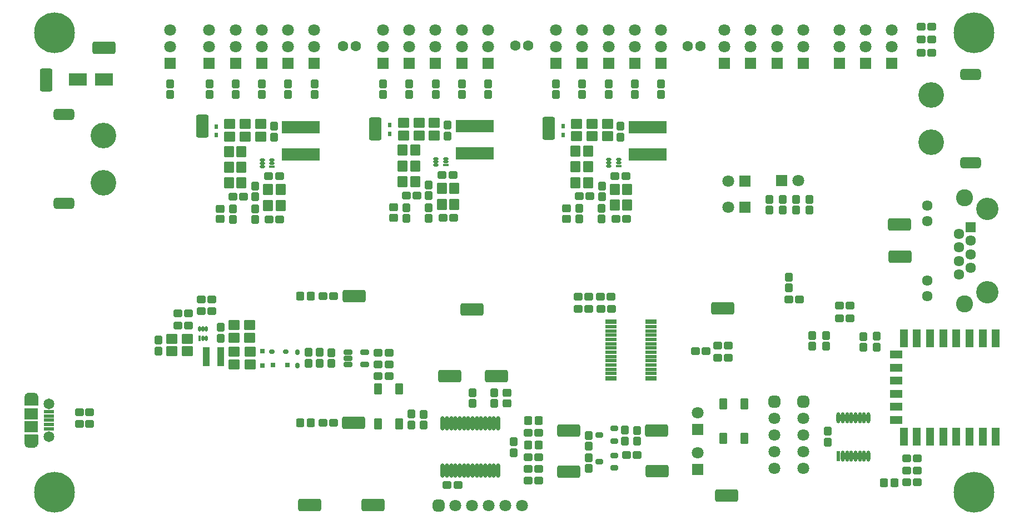
<source format=gbr>
G04*
G04 #@! TF.GenerationSoftware,Altium Limited,Altium Designer,25.1.2 (22)*
G04*
G04 Layer_Color=8388736*
%FSLAX44Y44*%
%MOMM*%
G71*
G04*
G04 #@! TF.SameCoordinates,EAE4AFCB-A03C-4493-83DD-10631851BCDC*
G04*
G04*
G04 #@! TF.FilePolarity,Negative*
G04*
G01*
G75*
%ADD56C,0.7032*%
%ADD57O,0.6000X1.6500*%
%ADD58R,0.6000X1.6500*%
G04:AMPARAMS|DCode=59|XSize=3.5032mm|YSize=1.9032mm|CornerRadius=0.3141mm|HoleSize=0mm|Usage=FLASHONLY|Rotation=180.000|XOffset=0mm|YOffset=0mm|HoleType=Round|Shape=RoundedRectangle|*
%AMROUNDEDRECTD59*
21,1,3.5032,1.2750,0,0,180.0*
21,1,2.8750,1.9032,0,0,180.0*
1,1,0.6282,-1.4375,0.6375*
1,1,0.6282,1.4375,0.6375*
1,1,0.6282,1.4375,-0.6375*
1,1,0.6282,-1.4375,-0.6375*
%
%ADD59ROUNDEDRECTD59*%
G04:AMPARAMS|DCode=60|XSize=3.5032mm|YSize=1.9032mm|CornerRadius=0.3141mm|HoleSize=0mm|Usage=FLASHONLY|Rotation=90.000|XOffset=0mm|YOffset=0mm|HoleType=Round|Shape=RoundedRectangle|*
%AMROUNDEDRECTD60*
21,1,3.5032,1.2750,0,0,90.0*
21,1,2.8750,1.9032,0,0,90.0*
1,1,0.6282,0.6375,1.4375*
1,1,0.6282,0.6375,-1.4375*
1,1,0.6282,-0.6375,-1.4375*
1,1,0.6282,-0.6375,1.4375*
%
%ADD60ROUNDEDRECTD60*%
G04:AMPARAMS|DCode=61|XSize=1.2032mm|YSize=1.3032mm|CornerRadius=0.1766mm|HoleSize=0mm|Usage=FLASHONLY|Rotation=0.000|XOffset=0mm|YOffset=0mm|HoleType=Round|Shape=RoundedRectangle|*
%AMROUNDEDRECTD61*
21,1,1.2032,0.9500,0,0,0.0*
21,1,0.8500,1.3032,0,0,0.0*
1,1,0.3532,0.4250,-0.4750*
1,1,0.3532,-0.4250,-0.4750*
1,1,0.3532,-0.4250,0.4750*
1,1,0.3532,0.4250,0.4750*
%
%ADD61ROUNDEDRECTD61*%
G04:AMPARAMS|DCode=62|XSize=1.2032mm|YSize=1.3032mm|CornerRadius=0.1766mm|HoleSize=0mm|Usage=FLASHONLY|Rotation=90.000|XOffset=0mm|YOffset=0mm|HoleType=Round|Shape=RoundedRectangle|*
%AMROUNDEDRECTD62*
21,1,1.2032,0.9500,0,0,90.0*
21,1,0.8500,1.3032,0,0,90.0*
1,1,0.3532,0.4750,0.4250*
1,1,0.3532,0.4750,-0.4250*
1,1,0.3532,-0.4750,-0.4250*
1,1,0.3532,-0.4750,0.4250*
%
%ADD62ROUNDEDRECTD62*%
%ADD63R,1.8032X0.6032*%
%ADD64R,1.8032X0.8032*%
G04:AMPARAMS|DCode=65|XSize=1.3032mm|YSize=1.2032mm|CornerRadius=0.1766mm|HoleSize=0mm|Usage=FLASHONLY|Rotation=180.000|XOffset=0mm|YOffset=0mm|HoleType=Round|Shape=RoundedRectangle|*
%AMROUNDEDRECTD65*
21,1,1.3032,0.8500,0,0,180.0*
21,1,0.9500,1.2032,0,0,180.0*
1,1,0.3532,-0.4750,0.4250*
1,1,0.3532,0.4750,0.4250*
1,1,0.3532,0.4750,-0.4250*
1,1,0.3532,-0.4750,-0.4250*
%
%ADD65ROUNDEDRECTD65*%
G04:AMPARAMS|DCode=66|XSize=1.3032mm|YSize=1.2032mm|CornerRadius=0.1766mm|HoleSize=0mm|Usage=FLASHONLY|Rotation=270.000|XOffset=0mm|YOffset=0mm|HoleType=Round|Shape=RoundedRectangle|*
%AMROUNDEDRECTD66*
21,1,1.3032,0.8500,0,0,270.0*
21,1,0.9500,1.2032,0,0,270.0*
1,1,0.3532,-0.4250,-0.4750*
1,1,0.3532,-0.4250,0.4750*
1,1,0.3532,0.4250,0.4750*
1,1,0.3532,0.4250,-0.4750*
%
%ADD66ROUNDEDRECTD66*%
%ADD67R,1.2032X2.7032*%
%ADD68R,1.9532X1.2032*%
%ADD69O,0.6532X2.2032*%
G04:AMPARAMS|DCode=70|XSize=0.7932mm|YSize=0.6532mm|CornerRadius=0.1354mm|HoleSize=0mm|Usage=FLASHONLY|Rotation=180.000|XOffset=0mm|YOffset=0mm|HoleType=Round|Shape=RoundedRectangle|*
%AMROUNDEDRECTD70*
21,1,0.7932,0.3825,0,0,180.0*
21,1,0.5225,0.6532,0,0,180.0*
1,1,0.2707,-0.2612,0.1913*
1,1,0.2707,0.2612,0.1913*
1,1,0.2707,0.2612,-0.1913*
1,1,0.2707,-0.2612,-0.1913*
%
%ADD70ROUNDEDRECTD70*%
G04:AMPARAMS|DCode=71|XSize=1.75mm|YSize=1.2mm|CornerRadius=0.175mm|HoleSize=0mm|Usage=FLASHONLY|Rotation=90.000|XOffset=0mm|YOffset=0mm|HoleType=Round|Shape=RoundedRectangle|*
%AMROUNDEDRECTD71*
21,1,1.7500,0.8500,0,0,90.0*
21,1,1.4000,1.2000,0,0,90.0*
1,1,0.3500,0.4250,0.7000*
1,1,0.3500,0.4250,-0.7000*
1,1,0.3500,-0.4250,-0.7000*
1,1,0.3500,-0.4250,0.7000*
%
%ADD71ROUNDEDRECTD71*%
%ADD72R,0.6032X0.6832*%
%ADD73O,0.8200X0.4500*%
%ADD74R,0.8200X0.4500*%
%ADD75R,5.8032X1.8532*%
G04:AMPARAMS|DCode=76|XSize=1.3032mm|YSize=1.2032mm|CornerRadius=0.2016mm|HoleSize=0mm|Usage=FLASHONLY|Rotation=180.000|XOffset=0mm|YOffset=0mm|HoleType=Round|Shape=RoundedRectangle|*
%AMROUNDEDRECTD76*
21,1,1.3032,0.8000,0,0,180.0*
21,1,0.9000,1.2032,0,0,180.0*
1,1,0.4032,-0.4500,0.4000*
1,1,0.4032,0.4500,0.4000*
1,1,0.4032,0.4500,-0.4000*
1,1,0.4032,-0.4500,-0.4000*
%
%ADD76ROUNDEDRECTD76*%
G04:AMPARAMS|DCode=77|XSize=1.5032mm|YSize=1.7032mm|CornerRadius=0.1991mm|HoleSize=0mm|Usage=FLASHONLY|Rotation=180.000|XOffset=0mm|YOffset=0mm|HoleType=Round|Shape=RoundedRectangle|*
%AMROUNDEDRECTD77*
21,1,1.5032,1.3050,0,0,180.0*
21,1,1.1050,1.7032,0,0,180.0*
1,1,0.3982,-0.5525,0.6525*
1,1,0.3982,0.5525,0.6525*
1,1,0.3982,0.5525,-0.6525*
1,1,0.3982,-0.5525,-0.6525*
%
%ADD77ROUNDEDRECTD77*%
G04:AMPARAMS|DCode=78|XSize=1.5032mm|YSize=1.7032mm|CornerRadius=0.1991mm|HoleSize=0mm|Usage=FLASHONLY|Rotation=90.000|XOffset=0mm|YOffset=0mm|HoleType=Round|Shape=RoundedRectangle|*
%AMROUNDEDRECTD78*
21,1,1.5032,1.3050,0,0,90.0*
21,1,1.1050,1.7032,0,0,90.0*
1,1,0.3982,0.6525,0.5525*
1,1,0.3982,0.6525,-0.5525*
1,1,0.3982,-0.6525,-0.5525*
1,1,0.3982,-0.6525,0.5525*
%
%ADD78ROUNDEDRECTD78*%
%ADD79R,2.7032X1.9032*%
G04:AMPARAMS|DCode=80|XSize=0.8032mm|YSize=1.1032mm|CornerRadius=0.1466mm|HoleSize=0mm|Usage=FLASHONLY|Rotation=270.000|XOffset=0mm|YOffset=0mm|HoleType=Round|Shape=RoundedRectangle|*
%AMROUNDEDRECTD80*
21,1,0.8032,0.8100,0,0,270.0*
21,1,0.5100,1.1032,0,0,270.0*
1,1,0.2932,-0.4050,-0.2550*
1,1,0.2932,-0.4050,0.2550*
1,1,0.2932,0.4050,0.2550*
1,1,0.2932,0.4050,-0.2550*
%
%ADD80ROUNDEDRECTD80*%
G04:AMPARAMS|DCode=81|XSize=1.3032mm|YSize=1.2032mm|CornerRadius=0.2016mm|HoleSize=0mm|Usage=FLASHONLY|Rotation=90.000|XOffset=0mm|YOffset=0mm|HoleType=Round|Shape=RoundedRectangle|*
%AMROUNDEDRECTD81*
21,1,1.3032,0.8000,0,0,90.0*
21,1,0.9000,1.2032,0,0,90.0*
1,1,0.4032,0.4000,0.4500*
1,1,0.4032,0.4000,-0.4500*
1,1,0.4032,-0.4000,-0.4500*
1,1,0.4032,-0.4000,0.4500*
%
%ADD81ROUNDEDRECTD81*%
%ADD82R,1.5532X0.6032*%
%ADD83R,2.1032X1.7032*%
%ADD84R,0.7932X0.6532*%
G04:AMPARAMS|DCode=85|XSize=0.7932mm|YSize=0.6532mm|CornerRadius=0.1354mm|HoleSize=0mm|Usage=FLASHONLY|Rotation=90.000|XOffset=0mm|YOffset=0mm|HoleType=Round|Shape=RoundedRectangle|*
%AMROUNDEDRECTD85*
21,1,0.7932,0.3825,0,0,90.0*
21,1,0.5225,0.6532,0,0,90.0*
1,1,0.2707,0.1913,0.2612*
1,1,0.2707,0.1913,-0.2612*
1,1,0.2707,-0.1913,-0.2612*
1,1,0.2707,-0.1913,0.2612*
%
%ADD85ROUNDEDRECTD85*%
G04:AMPARAMS|DCode=86|XSize=1.3032mm|YSize=0.8032mm|CornerRadius=0.1316mm|HoleSize=0mm|Usage=FLASHONLY|Rotation=0.000|XOffset=0mm|YOffset=0mm|HoleType=Round|Shape=RoundedRectangle|*
%AMROUNDEDRECTD86*
21,1,1.3032,0.5400,0,0,0.0*
21,1,1.0400,0.8032,0,0,0.0*
1,1,0.2632,0.5200,-0.2700*
1,1,0.2632,-0.5200,-0.2700*
1,1,0.2632,-0.5200,0.2700*
1,1,0.2632,0.5200,0.2700*
%
%ADD86ROUNDEDRECTD86*%
%ADD87R,0.4500X0.8200*%
%ADD88O,0.4500X0.8200*%
%ADD89R,1.0032X2.9032*%
%ADD90R,0.6532X0.7932*%
%ADD91C,1.8032*%
%ADD92R,1.8032X1.8032*%
%ADD93R,1.8032X1.8032*%
%ADD94C,1.6000*%
%ADD95C,1.8000*%
G04:AMPARAMS|DCode=96|XSize=1.8mm|YSize=1.8mm|CornerRadius=0.5mm|HoleSize=0mm|Usage=FLASHONLY|Rotation=270.000|XOffset=0mm|YOffset=0mm|HoleType=Round|Shape=RoundedRectangle|*
%AMROUNDEDRECTD96*
21,1,1.8000,0.8000,0,0,270.0*
21,1,0.8000,1.8000,0,0,270.0*
1,1,1.0000,-0.4000,-0.4000*
1,1,1.0000,-0.4000,0.4000*
1,1,1.0000,0.4000,0.4000*
1,1,1.0000,0.4000,-0.4000*
%
%ADD96ROUNDEDRECTD96*%
G04:AMPARAMS|DCode=97|XSize=1.7032mm|YSize=3.2032mm|CornerRadius=0.4766mm|HoleSize=0mm|Usage=FLASHONLY|Rotation=270.000|XOffset=0mm|YOffset=0mm|HoleType=Round|Shape=RoundedRectangle|*
%AMROUNDEDRECTD97*
21,1,1.7032,2.2500,0,0,270.0*
21,1,0.7500,3.2032,0,0,270.0*
1,1,0.9532,-1.1250,-0.3750*
1,1,0.9532,-1.1250,0.3750*
1,1,0.9532,1.1250,0.3750*
1,1,0.9532,1.1250,-0.3750*
%
%ADD97ROUNDEDRECTD97*%
%ADD98C,3.9032*%
%ADD99C,6.2032*%
%ADD100C,1.6112*%
%ADD101R,1.6112X1.6112*%
%ADD102C,2.6032*%
%ADD103C,3.4032*%
%ADD104C,1.6532*%
G04:AMPARAMS|DCode=105|XSize=1.8mm|YSize=1.8mm|CornerRadius=0.5mm|HoleSize=0mm|Usage=FLASHONLY|Rotation=0.000|XOffset=0mm|YOffset=0mm|HoleType=Round|Shape=RoundedRectangle|*
%AMROUNDEDRECTD105*
21,1,1.8000,0.8000,0,0,0.0*
21,1,0.8000,1.8000,0,0,0.0*
1,1,1.0000,0.4000,-0.4000*
1,1,1.0000,-0.4000,-0.4000*
1,1,1.0000,-0.4000,0.4000*
1,1,1.0000,0.4000,0.4000*
%
%ADD105ROUNDEDRECTD105*%
G36*
X124033Y238209D02*
X124164Y238183D01*
X124290Y238141D01*
X124409Y238082D01*
X124520Y238008D01*
X124620Y237920D01*
X124708Y237820D01*
X124782Y237709D01*
X124841Y237590D01*
X124883Y237463D01*
X124909Y237333D01*
X124918Y237200D01*
Y224200D01*
X124909Y224067D01*
X124883Y223936D01*
X124841Y223810D01*
X124782Y223691D01*
X124708Y223580D01*
X124620Y223480D01*
X124520Y223392D01*
X124409Y223318D01*
X124290Y223259D01*
X124164Y223216D01*
X124033Y223190D01*
X123900Y223182D01*
X119918D01*
Y219200D01*
X119910Y219067D01*
X119884Y218937D01*
X119841Y218811D01*
X119812Y218752D01*
X119782Y218691D01*
X119708Y218580D01*
X119620Y218480D01*
X119620D01*
Y218480D01*
X119520Y218392D01*
X119409Y218318D01*
X119349Y218289D01*
X119290Y218260D01*
X119164Y218217D01*
X119033Y218191D01*
X118900Y218182D01*
X109900Y218182D01*
X109900D01*
D01*
X109767Y218190D01*
X109636Y218216D01*
X109510Y218259D01*
X109452Y218288D01*
X109391Y218318D01*
X109280Y218392D01*
X109180Y218480D01*
Y218480D01*
X109180D01*
X109092Y218580D01*
X109018Y218691D01*
X108988Y218751D01*
X108959Y218810D01*
X108917Y218936D01*
X108890Y219067D01*
X108882Y219200D01*
Y219200D01*
D01*
Y223182D01*
X104900D01*
X104767Y223190D01*
X104636Y223216D01*
X104510Y223259D01*
X104391Y223318D01*
X104280Y223392D01*
X104180Y223480D01*
X104092Y223580D01*
X104018Y223691D01*
X103959Y223810D01*
X103917Y223936D01*
X103890Y224067D01*
X103882Y224200D01*
Y237200D01*
X103890Y237333D01*
X103917Y237463D01*
X103959Y237590D01*
X104018Y237709D01*
X104092Y237820D01*
X104180Y237920D01*
X104280Y238008D01*
X104391Y238082D01*
X104510Y238141D01*
X104636Y238183D01*
X104767Y238209D01*
X104900Y238218D01*
X123900D01*
X124033Y238209D01*
D02*
G37*
G36*
X119033Y302209D02*
X119164Y302183D01*
X119290Y302141D01*
X119348Y302112D01*
X119409Y302082D01*
X119520Y302008D01*
X119620Y301920D01*
Y301920D01*
X119620D01*
X119708Y301820D01*
X119782Y301709D01*
X119812Y301649D01*
X119841Y301590D01*
X119883Y301464D01*
X119909Y301333D01*
X119918Y301200D01*
Y301200D01*
D01*
Y297218D01*
X123900D01*
X124033Y297209D01*
X124164Y297183D01*
X124290Y297141D01*
X124409Y297082D01*
X124520Y297008D01*
X124620Y296920D01*
X124708Y296820D01*
X124782Y296709D01*
X124841Y296590D01*
X124883Y296464D01*
X124909Y296333D01*
X124918Y296200D01*
Y283200D01*
X124909Y283067D01*
X124883Y282936D01*
X124841Y282810D01*
X124782Y282691D01*
X124708Y282580D01*
X124620Y282480D01*
X124520Y282392D01*
X124409Y282318D01*
X124290Y282259D01*
X124164Y282216D01*
X124033Y282190D01*
X123900Y282182D01*
X104900D01*
X104767Y282190D01*
X104636Y282216D01*
X104510Y282259D01*
X104391Y282318D01*
X104280Y282392D01*
X104180Y282480D01*
X104092Y282580D01*
X104018Y282691D01*
X103959Y282810D01*
X103917Y282936D01*
X103890Y283067D01*
X103882Y283200D01*
Y296200D01*
X103890Y296333D01*
X103917Y296464D01*
X103959Y296590D01*
X104018Y296709D01*
X104092Y296820D01*
X104180Y296920D01*
X104280Y297008D01*
X104391Y297082D01*
X104510Y297141D01*
X104636Y297183D01*
X104767Y297209D01*
X104900Y297218D01*
X108882D01*
Y301200D01*
X108890Y301333D01*
X108916Y301463D01*
X108959Y301589D01*
X108988Y301648D01*
X109018Y301709D01*
X109092Y301820D01*
X109180Y301920D01*
X109180D01*
Y301920D01*
X109280Y302008D01*
X109391Y302082D01*
X109451Y302111D01*
X109510Y302140D01*
X109636Y302183D01*
X109767Y302209D01*
X109900Y302218D01*
X118900Y302218D01*
X118900D01*
D01*
X119033Y302209D01*
D02*
G37*
D56*
X112400Y296200D02*
G03*
X112400Y296200I-2500J0D01*
G01*
X121400D02*
G03*
X121400Y296200I-2500J0D01*
G01*
X112400Y224200D02*
G03*
X112400Y224200I-2500J0D01*
G01*
X121400D02*
G03*
X121400Y224200I-2500J0D01*
G01*
D57*
X1389250Y263500D02*
D03*
X1382750D02*
D03*
X1376250D02*
D03*
X1369750D02*
D03*
X1363250D02*
D03*
X1356750D02*
D03*
X1350250D02*
D03*
X1343750D02*
D03*
X1389250Y205500D02*
D03*
X1382750D02*
D03*
X1376250D02*
D03*
X1369750D02*
D03*
X1363250D02*
D03*
X1356750D02*
D03*
X1350250D02*
D03*
D58*
X1343750D02*
D03*
D59*
X1173750Y145000D02*
D03*
X1167700Y430800D02*
D03*
X785550Y429200D02*
D03*
X634750Y130750D02*
D03*
X538000Y130750D02*
D03*
X224950Y827550D02*
D03*
X605500Y256000D02*
D03*
X605950Y449050D02*
D03*
X1437250Y509750D02*
D03*
X1437000Y558250D02*
D03*
X822750Y327250D02*
D03*
X752000D02*
D03*
X1066500Y244000D02*
D03*
X1067500Y183000D02*
D03*
X932500Y244000D02*
D03*
Y182000D02*
D03*
D60*
X136950Y778450D02*
D03*
X374540Y708250D02*
D03*
X902540Y704981D02*
D03*
X638050Y704550D02*
D03*
D61*
X1303610Y373070D02*
D03*
Y389070D02*
D03*
X1324610Y373070D02*
D03*
Y389070D02*
D03*
X325610Y772570D02*
D03*
Y756570D02*
D03*
X1073610D02*
D03*
Y772570D02*
D03*
X1033610Y756570D02*
D03*
Y772570D02*
D03*
X993610Y756570D02*
D03*
Y772570D02*
D03*
X953610Y756570D02*
D03*
Y772570D02*
D03*
X913610Y756570D02*
D03*
Y772570D02*
D03*
X810110Y756570D02*
D03*
Y772570D02*
D03*
X770110Y756570D02*
D03*
Y772570D02*
D03*
X730110Y756570D02*
D03*
Y772570D02*
D03*
X690110Y756570D02*
D03*
Y772570D02*
D03*
X650110Y756570D02*
D03*
Y772570D02*
D03*
X545610D02*
D03*
Y756570D02*
D03*
X505610Y772570D02*
D03*
Y756570D02*
D03*
X465610Y772570D02*
D03*
Y756570D02*
D03*
X425610Y772570D02*
D03*
Y756570D02*
D03*
X385610Y772570D02*
D03*
Y756570D02*
D03*
X1299860Y596570D02*
D03*
Y580570D02*
D03*
X1238110Y596320D02*
D03*
Y580320D02*
D03*
X1279110Y596320D02*
D03*
Y580320D02*
D03*
X1258610Y596320D02*
D03*
Y580320D02*
D03*
X455420Y616680D02*
D03*
Y600680D02*
D03*
X455170Y582390D02*
D03*
Y566390D02*
D03*
X421170Y566310D02*
D03*
Y582310D02*
D03*
X963500Y237000D02*
D03*
Y221000D02*
D03*
X963610Y186570D02*
D03*
Y202570D02*
D03*
X711610Y252570D02*
D03*
Y268570D02*
D03*
X819140Y301930D02*
D03*
Y285930D02*
D03*
X786390Y301680D02*
D03*
Y285680D02*
D03*
X949170Y582810D02*
D03*
Y566810D02*
D03*
X983170Y566890D02*
D03*
Y582890D02*
D03*
X983420Y601180D02*
D03*
Y617180D02*
D03*
X685670Y584160D02*
D03*
Y568160D02*
D03*
X719670Y568240D02*
D03*
Y584240D02*
D03*
X719920Y602530D02*
D03*
Y618530D02*
D03*
X1268140Y462180D02*
D03*
Y478180D02*
D03*
X571294Y346630D02*
D03*
Y362630D02*
D03*
X1381640Y371680D02*
D03*
Y387680D02*
D03*
X1036610Y244570D02*
D03*
Y228570D02*
D03*
D62*
X1447680Y165610D02*
D03*
X1463680D02*
D03*
X1463430Y183860D02*
D03*
X1447430D02*
D03*
X1447430Y202110D02*
D03*
X1463430D02*
D03*
X1469930Y820110D02*
D03*
X1485930D02*
D03*
X1469930Y840110D02*
D03*
X1485930D02*
D03*
X1469930Y860110D02*
D03*
X1485930D02*
D03*
X437230Y600870D02*
D03*
X421230D02*
D03*
X476700Y566550D02*
D03*
X492700D02*
D03*
X947180Y448610D02*
D03*
X963180D02*
D03*
X981500Y448500D02*
D03*
X997500D02*
D03*
X1159930Y355610D02*
D03*
X1175930D02*
D03*
X963320Y430140D02*
D03*
X947320D02*
D03*
X997820D02*
D03*
X981820D02*
D03*
X1126070Y365890D02*
D03*
X1142070D02*
D03*
X1176070Y373890D02*
D03*
X1160070D02*
D03*
X887180Y168010D02*
D03*
X871180D02*
D03*
X203430Y254860D02*
D03*
X187430D02*
D03*
X887180Y186010D02*
D03*
X871180D02*
D03*
X203430Y272610D02*
D03*
X187430D02*
D03*
X887180Y204010D02*
D03*
X871180D02*
D03*
X887180Y241010D02*
D03*
X871180D02*
D03*
X1020700Y567050D02*
D03*
X1004700D02*
D03*
X949230Y601370D02*
D03*
X965230D02*
D03*
X757200Y568400D02*
D03*
X741200D02*
D03*
X685730Y602720D02*
D03*
X701730D02*
D03*
X1361430Y415360D02*
D03*
X1345430D02*
D03*
X1361180Y434860D02*
D03*
X1345180D02*
D03*
X1268320Y444140D02*
D03*
X1284320D02*
D03*
X337680Y404360D02*
D03*
X353680D02*
D03*
X373180Y426360D02*
D03*
X389180D02*
D03*
X354070Y422890D02*
D03*
X338070D02*
D03*
X389320Y444140D02*
D03*
X373320D02*
D03*
X558929Y256215D02*
D03*
X574929D02*
D03*
X558680Y449110D02*
D03*
X574680D02*
D03*
X1020930Y207110D02*
D03*
X1036930D02*
D03*
D63*
X1058250Y389758D02*
D03*
Y396258D02*
D03*
Y402758D02*
D03*
Y383258D02*
D03*
Y376758D02*
D03*
X997250D02*
D03*
Y383258D02*
D03*
Y402758D02*
D03*
Y396258D02*
D03*
Y389758D02*
D03*
Y370258D02*
D03*
Y363758D02*
D03*
Y357258D02*
D03*
Y350758D02*
D03*
Y331258D02*
D03*
Y337757D02*
D03*
Y344258D02*
D03*
X1058250D02*
D03*
Y337757D02*
D03*
Y331258D02*
D03*
Y350758D02*
D03*
Y357258D02*
D03*
Y363758D02*
D03*
Y370258D02*
D03*
D64*
X997250Y410258D02*
D03*
Y323758D02*
D03*
X1058250D02*
D03*
Y410258D02*
D03*
D65*
X747480Y161800D02*
D03*
X764480D02*
D03*
X475270Y631950D02*
D03*
X492270D02*
D03*
X1020270Y632450D02*
D03*
X1003270D02*
D03*
X756770Y633800D02*
D03*
X739770D02*
D03*
X659730Y363050D02*
D03*
X642730D02*
D03*
X659730Y345550D02*
D03*
X642730D02*
D03*
X659730Y327800D02*
D03*
X642730D02*
D03*
D66*
X1327200Y226230D02*
D03*
Y243230D02*
D03*
X483820Y691060D02*
D03*
Y708060D02*
D03*
X1011820Y708560D02*
D03*
Y691560D02*
D03*
X748320Y709910D02*
D03*
Y692910D02*
D03*
X553704Y346470D02*
D03*
Y363470D02*
D03*
X536704Y346470D02*
D03*
Y363470D02*
D03*
X848950Y227230D02*
D03*
Y210230D02*
D03*
X693450Y269730D02*
D03*
Y252730D02*
D03*
X308050Y365520D02*
D03*
Y382520D02*
D03*
X402450Y401980D02*
D03*
Y384980D02*
D03*
X1401800Y371520D02*
D03*
Y388520D02*
D03*
X1018800Y228270D02*
D03*
Y245270D02*
D03*
D67*
X1583250Y385000D02*
D03*
X1443250D02*
D03*
X1463250D02*
D03*
X1483250D02*
D03*
X1503250D02*
D03*
X1523250D02*
D03*
X1543250D02*
D03*
X1563250D02*
D03*
X1583250Y235000D02*
D03*
X1563250D02*
D03*
X1543250D02*
D03*
X1523250D02*
D03*
X1503250D02*
D03*
X1483250D02*
D03*
X1463250D02*
D03*
X1443250D02*
D03*
D68*
X1431250Y260454D02*
D03*
Y280454D02*
D03*
Y300454D02*
D03*
Y320454D02*
D03*
Y340454D02*
D03*
Y360454D02*
D03*
D69*
X740996Y255500D02*
D03*
Y183500D02*
D03*
X747496Y255500D02*
D03*
Y183500D02*
D03*
X753996Y255500D02*
D03*
Y183500D02*
D03*
X760496Y255500D02*
D03*
Y183500D02*
D03*
X766996Y255500D02*
D03*
Y183500D02*
D03*
X773496Y255500D02*
D03*
Y183500D02*
D03*
X779996Y255500D02*
D03*
Y183500D02*
D03*
X786496Y255500D02*
D03*
Y183500D02*
D03*
X792996Y255500D02*
D03*
Y183500D02*
D03*
X799496Y255500D02*
D03*
Y183500D02*
D03*
X805996Y255500D02*
D03*
Y183500D02*
D03*
X812496Y255500D02*
D03*
Y183500D02*
D03*
X818996Y255500D02*
D03*
Y183500D02*
D03*
X825496Y255500D02*
D03*
Y183500D02*
D03*
D70*
X501700Y364850D02*
D03*
X480600D02*
D03*
D71*
X1168600Y232250D02*
D03*
Y284750D02*
D03*
X1200600Y232250D02*
D03*
Y284750D02*
D03*
X674600Y307500D02*
D03*
Y255000D02*
D03*
X642600Y307500D02*
D03*
Y255000D02*
D03*
D72*
X396130Y694710D02*
D03*
Y707910D02*
D03*
X924130Y708410D02*
D03*
Y695210D02*
D03*
X660630Y709760D02*
D03*
Y696560D02*
D03*
D73*
X466090Y656950D02*
D03*
Y651950D02*
D03*
Y646950D02*
D03*
X480890Y656950D02*
D03*
Y651950D02*
D03*
X1008890Y652450D02*
D03*
Y657450D02*
D03*
X994090Y647450D02*
D03*
Y652450D02*
D03*
Y657450D02*
D03*
X745390Y653800D02*
D03*
Y658800D02*
D03*
X730590Y648800D02*
D03*
Y653800D02*
D03*
Y658800D02*
D03*
D74*
X480890Y646950D02*
D03*
X1008890Y647450D02*
D03*
X745390Y648800D02*
D03*
D75*
X525160Y664810D02*
D03*
Y706310D02*
D03*
X1053160Y706810D02*
D03*
Y665310D02*
D03*
X789660Y708160D02*
D03*
Y666660D02*
D03*
D76*
X401870Y566630D02*
D03*
Y582630D02*
D03*
X838650Y286000D02*
D03*
Y302000D02*
D03*
X929870Y583130D02*
D03*
Y567130D02*
D03*
X666370Y584480D02*
D03*
Y568480D02*
D03*
D77*
X415280Y621700D02*
D03*
X434280D02*
D03*
X415280Y645830D02*
D03*
X434280D02*
D03*
X415280Y669850D02*
D03*
X434280D02*
D03*
X494190Y611590D02*
D03*
X475190D02*
D03*
X494190Y587460D02*
D03*
X475190D02*
D03*
X1003190Y612090D02*
D03*
X1022190D02*
D03*
X1003190Y587960D02*
D03*
X1022190D02*
D03*
X962280Y622200D02*
D03*
X943280D02*
D03*
X962280Y646330D02*
D03*
X943280D02*
D03*
X962280Y670350D02*
D03*
X943280D02*
D03*
X739690Y613440D02*
D03*
X758690D02*
D03*
X739690Y589310D02*
D03*
X758690D02*
D03*
X698780Y623550D02*
D03*
X679780D02*
D03*
X698780Y647680D02*
D03*
X679780D02*
D03*
X698780Y671700D02*
D03*
X679780D02*
D03*
D78*
X463840Y711380D02*
D03*
Y692380D02*
D03*
X440220Y711380D02*
D03*
Y692380D02*
D03*
X416600Y711380D02*
D03*
Y692380D02*
D03*
X991840Y692880D02*
D03*
Y711880D02*
D03*
X968220Y692880D02*
D03*
Y711880D02*
D03*
X944600Y692880D02*
D03*
Y711880D02*
D03*
X728340Y694230D02*
D03*
Y713230D02*
D03*
X704720Y694230D02*
D03*
Y713230D02*
D03*
X681100Y694230D02*
D03*
Y713230D02*
D03*
X423110Y405200D02*
D03*
Y386200D02*
D03*
X328390Y365300D02*
D03*
Y384300D02*
D03*
X352390Y365300D02*
D03*
Y384300D02*
D03*
X447110Y405200D02*
D03*
Y386200D02*
D03*
X447390Y345300D02*
D03*
Y364300D02*
D03*
X423390Y345300D02*
D03*
Y364300D02*
D03*
D79*
X225000Y779250D02*
D03*
X185000D02*
D03*
D80*
X1002460Y187270D02*
D03*
Y206270D02*
D03*
X979460Y196770D02*
D03*
X1002500Y228500D02*
D03*
Y247500D02*
D03*
X979500Y238000D02*
D03*
D81*
X871250Y222500D02*
D03*
X887250D02*
D03*
X871250Y259500D02*
D03*
X887250D02*
D03*
X1413250Y165150D02*
D03*
X1429250D02*
D03*
X524000Y256500D02*
D03*
X540000D02*
D03*
X524000Y449000D02*
D03*
X540000D02*
D03*
D82*
X141400Y273200D02*
D03*
Y266700D02*
D03*
Y260200D02*
D03*
Y253700D02*
D03*
Y247200D02*
D03*
D83*
X114400Y270200D02*
D03*
Y250200D02*
D03*
D84*
X504650Y344000D02*
D03*
X482850D02*
D03*
D85*
X519900Y343100D02*
D03*
Y364200D02*
D03*
D86*
X622404Y345200D02*
D03*
X596404Y364200D02*
D03*
Y354700D02*
D03*
Y345200D02*
D03*
X622404Y364200D02*
D03*
D87*
X370750Y384850D02*
D03*
D88*
X375750D02*
D03*
X380750D02*
D03*
X370750Y399650D02*
D03*
X375750D02*
D03*
X380750D02*
D03*
D89*
X380750Y357250D02*
D03*
X402750D02*
D03*
D90*
X466750Y365150D02*
D03*
Y343350D02*
D03*
D91*
X1175850Y585100D02*
D03*
X1129600Y210150D02*
D03*
X1282650Y625400D02*
D03*
X1175850Y624600D02*
D03*
X325500Y829750D02*
D03*
Y855150D02*
D03*
X953500Y829750D02*
D03*
Y855150D02*
D03*
X913500Y829750D02*
D03*
Y855150D02*
D03*
X690000Y829750D02*
D03*
Y855150D02*
D03*
X650000Y829750D02*
D03*
Y855150D02*
D03*
X425500Y829750D02*
D03*
Y855150D02*
D03*
X385500Y829750D02*
D03*
Y855150D02*
D03*
X1250000Y829750D02*
D03*
Y855150D02*
D03*
X1129600Y271150D02*
D03*
X1210000Y829750D02*
D03*
Y855150D02*
D03*
X1170000Y829750D02*
D03*
Y855150D02*
D03*
X1425000Y829750D02*
D03*
Y855150D02*
D03*
X1385000Y829750D02*
D03*
Y855150D02*
D03*
X1345000Y829750D02*
D03*
Y855150D02*
D03*
X1290000Y829750D02*
D03*
Y855150D02*
D03*
X993500Y829750D02*
D03*
Y855150D02*
D03*
X730000Y829750D02*
D03*
Y855150D02*
D03*
X465500Y829750D02*
D03*
Y855150D02*
D03*
X1033500Y829750D02*
D03*
Y855150D02*
D03*
X770000Y829750D02*
D03*
Y855150D02*
D03*
X505500Y829750D02*
D03*
Y855150D02*
D03*
X1073500Y829750D02*
D03*
Y855150D02*
D03*
X810000Y829750D02*
D03*
Y855150D02*
D03*
X545500Y829750D02*
D03*
Y855150D02*
D03*
D92*
X1201250Y585100D02*
D03*
X1257250Y625400D02*
D03*
X1201250Y624600D02*
D03*
D93*
X1129600Y184750D02*
D03*
X325500Y804350D02*
D03*
X953500Y804350D02*
D03*
X913500D02*
D03*
X690000D02*
D03*
X650000D02*
D03*
X425500Y804350D02*
D03*
X385500D02*
D03*
X1250000Y804350D02*
D03*
X1129600Y245750D02*
D03*
X1210000Y804350D02*
D03*
X1170000D02*
D03*
X1425000D02*
D03*
X1385000D02*
D03*
X1345000D02*
D03*
X1290000D02*
D03*
X993500D02*
D03*
X730000D02*
D03*
X465500Y804350D02*
D03*
X1033500Y804350D02*
D03*
X770000D02*
D03*
X505500Y804350D02*
D03*
X1073500Y804350D02*
D03*
X810000D02*
D03*
X545500Y804350D02*
D03*
D94*
X1113780Y830150D02*
D03*
X1133780D02*
D03*
X851280Y830900D02*
D03*
X871280D02*
D03*
X589030Y830650D02*
D03*
X609030D02*
D03*
D95*
X1246000Y212100D02*
D03*
Y262900D02*
D03*
Y237500D02*
D03*
Y186700D02*
D03*
X1290000Y212100D02*
D03*
Y262900D02*
D03*
Y237500D02*
D03*
Y186700D02*
D03*
X861600Y130000D02*
D03*
X836200D02*
D03*
X785400D02*
D03*
X760000D02*
D03*
X810800D02*
D03*
D96*
X1246000Y288300D02*
D03*
X1290000D02*
D03*
D97*
X1545000Y652500D02*
D03*
Y787500D02*
D03*
X164500Y725750D02*
D03*
Y590750D02*
D03*
D98*
X1485000Y684000D02*
D03*
Y756000D02*
D03*
X224500Y694250D02*
D03*
Y622250D02*
D03*
D99*
X1549800Y150600D02*
D03*
Y850600D02*
D03*
X149800D02*
D03*
Y150600D02*
D03*
D100*
X1478630Y564030D02*
D03*
Y472630D02*
D03*
Y586930D02*
D03*
Y449730D02*
D03*
X1526830Y523430D02*
D03*
X1544630Y513230D02*
D03*
Y533630D02*
D03*
X1526830Y503030D02*
D03*
Y543830D02*
D03*
X1544630Y492830D02*
D03*
X1526830Y482630D02*
D03*
D101*
X1544630Y554030D02*
D03*
D102*
X1535730Y599580D02*
D03*
Y437080D02*
D03*
D103*
X1570030Y581830D02*
D03*
Y454830D02*
D03*
D104*
X141400Y235200D02*
D03*
Y285200D02*
D03*
D105*
X734600Y130000D02*
D03*
M02*

</source>
